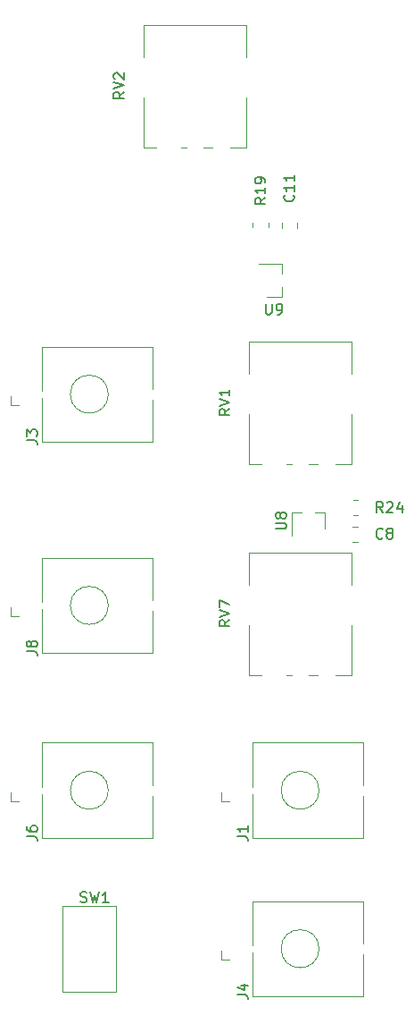
<source format=gbr>
%TF.GenerationSoftware,KiCad,Pcbnew,5.1.8*%
%TF.CreationDate,2020-12-05T20:57:14+00:00*%
%TF.ProjectId,oscillator_prototype,6f736369-6c6c-4617-946f-725f70726f74,rev?*%
%TF.SameCoordinates,Original*%
%TF.FileFunction,Legend,Top*%
%TF.FilePolarity,Positive*%
%FSLAX46Y46*%
G04 Gerber Fmt 4.6, Leading zero omitted, Abs format (unit mm)*
G04 Created by KiCad (PCBNEW 5.1.8) date 2020-12-05 20:57:14*
%MOMM*%
%LPD*%
G01*
G04 APERTURE LIST*
%ADD10C,0.120000*%
%ADD11C,0.150000*%
G04 APERTURE END LIST*
D10*
%TO.C,J1*%
X67520000Y-128560000D02*
X67520000Y-127700000D01*
X67520000Y-128560000D02*
X68320000Y-128560000D01*
X76800000Y-127500000D02*
G75*
G03*
X76800000Y-127500000I-1800000J0D01*
G01*
X70500000Y-127850000D02*
X70500000Y-132000000D01*
X70500000Y-123000000D02*
X70500000Y-127150000D01*
X81000000Y-128000000D02*
X81000000Y-132000000D01*
X81000000Y-123000000D02*
X81000000Y-127000000D01*
X70500000Y-123000000D02*
X81000000Y-123000000D01*
X70500000Y-132000000D02*
X81000000Y-132000000D01*
%TO.C,J3*%
X50500000Y-94500000D02*
X61000000Y-94500000D01*
X50500000Y-85500000D02*
X61000000Y-85500000D01*
X61000000Y-85500000D02*
X61000000Y-89500000D01*
X61000000Y-90500000D02*
X61000000Y-94500000D01*
X50500000Y-85500000D02*
X50500000Y-89650000D01*
X50500000Y-90350000D02*
X50500000Y-94500000D01*
X56800000Y-90000000D02*
G75*
G03*
X56800000Y-90000000I-1800000J0D01*
G01*
X47520000Y-91060000D02*
X48320000Y-91060000D01*
X47520000Y-91060000D02*
X47520000Y-90200000D01*
%TO.C,J4*%
X67520000Y-143560000D02*
X67520000Y-142700000D01*
X67520000Y-143560000D02*
X68320000Y-143560000D01*
X76800000Y-142500000D02*
G75*
G03*
X76800000Y-142500000I-1800000J0D01*
G01*
X70500000Y-142850000D02*
X70500000Y-147000000D01*
X70500000Y-138000000D02*
X70500000Y-142150000D01*
X81000000Y-143000000D02*
X81000000Y-147000000D01*
X81000000Y-138000000D02*
X81000000Y-142000000D01*
X70500000Y-138000000D02*
X81000000Y-138000000D01*
X70500000Y-147000000D02*
X81000000Y-147000000D01*
%TO.C,J6*%
X50500000Y-132000000D02*
X61000000Y-132000000D01*
X50500000Y-123000000D02*
X61000000Y-123000000D01*
X61000000Y-123000000D02*
X61000000Y-127000000D01*
X61000000Y-128000000D02*
X61000000Y-132000000D01*
X50500000Y-123000000D02*
X50500000Y-127150000D01*
X50500000Y-127850000D02*
X50500000Y-132000000D01*
X56800000Y-127500000D02*
G75*
G03*
X56800000Y-127500000I-1800000J0D01*
G01*
X47520000Y-128560000D02*
X48320000Y-128560000D01*
X47520000Y-128560000D02*
X47520000Y-127700000D01*
%TO.C,J8*%
X47520000Y-111060000D02*
X47520000Y-110200000D01*
X47520000Y-111060000D02*
X48320000Y-111060000D01*
X56800000Y-110000000D02*
G75*
G03*
X56800000Y-110000000I-1800000J0D01*
G01*
X50500000Y-110350000D02*
X50500000Y-114500000D01*
X50500000Y-105500000D02*
X50500000Y-109650000D01*
X61000000Y-110500000D02*
X61000000Y-114500000D01*
X61000000Y-105500000D02*
X61000000Y-109500000D01*
X50500000Y-105500000D02*
X61000000Y-105500000D01*
X50500000Y-114500000D02*
X61000000Y-114500000D01*
%TO.C,RV1*%
X76660000Y-96620000D02*
X75830000Y-96620000D01*
X74210000Y-96620000D02*
X73680000Y-96620000D01*
X71310000Y-96620000D02*
X70130000Y-96620000D01*
X79870000Y-96620000D02*
X79870000Y-91900000D01*
X70130000Y-88090000D02*
X70130000Y-85030000D01*
X70120000Y-96620000D02*
X70120000Y-91900000D01*
X79870000Y-88090000D02*
X79870000Y-85030000D01*
X79870000Y-96620000D02*
X78380000Y-96620000D01*
X79870000Y-85030000D02*
X70130000Y-85030000D01*
%TO.C,RV2*%
X69870000Y-55030000D02*
X60130000Y-55030000D01*
X69870000Y-66620000D02*
X68380000Y-66620000D01*
X69870000Y-58090000D02*
X69870000Y-55030000D01*
X60120000Y-66620000D02*
X60120000Y-61900000D01*
X60130000Y-58090000D02*
X60130000Y-55030000D01*
X69870000Y-66620000D02*
X69870000Y-61900000D01*
X61310000Y-66620000D02*
X60130000Y-66620000D01*
X64210000Y-66620000D02*
X63680000Y-66620000D01*
X66660000Y-66620000D02*
X65830000Y-66620000D01*
%TO.C,RV7*%
X79870000Y-105030000D02*
X70130000Y-105030000D01*
X79870000Y-116620000D02*
X78380000Y-116620000D01*
X79870000Y-108090000D02*
X79870000Y-105030000D01*
X70120000Y-116620000D02*
X70120000Y-111900000D01*
X70130000Y-108090000D02*
X70130000Y-105030000D01*
X79870000Y-116620000D02*
X79870000Y-111900000D01*
X71310000Y-116620000D02*
X70130000Y-116620000D01*
X74210000Y-116620000D02*
X73680000Y-116620000D01*
X76660000Y-116620000D02*
X75830000Y-116620000D01*
%TO.C,SW1*%
X52460000Y-146564000D02*
X52460000Y-138436000D01*
X57540000Y-146564000D02*
X52460000Y-146564000D01*
X57540000Y-138436000D02*
X57540000Y-146564000D01*
X52460000Y-138436000D02*
X57540000Y-138436000D01*
%TO.C,C8*%
X79988748Y-102515000D02*
X80511252Y-102515000D01*
X79988748Y-103985000D02*
X80511252Y-103985000D01*
%TO.C,C11*%
X74735000Y-73738748D02*
X74735000Y-74261252D01*
X73265000Y-73738748D02*
X73265000Y-74261252D01*
%TO.C,R19*%
X71985000Y-73772936D02*
X71985000Y-74227064D01*
X70515000Y-73772936D02*
X70515000Y-74227064D01*
%TO.C,R24*%
X80022936Y-101485000D02*
X80477064Y-101485000D01*
X80022936Y-100015000D02*
X80477064Y-100015000D01*
%TO.C,U8*%
X77330000Y-101240000D02*
X76400000Y-101240000D01*
X74170000Y-101240000D02*
X75100000Y-101240000D01*
X74170000Y-101240000D02*
X74170000Y-103400000D01*
X77330000Y-101240000D02*
X77330000Y-102700000D01*
%TO.C,U9*%
X73260000Y-80830000D02*
X71800000Y-80830000D01*
X73260000Y-77670000D02*
X71100000Y-77670000D01*
X73260000Y-77670000D02*
X73260000Y-78600000D01*
X73260000Y-80830000D02*
X73260000Y-79900000D01*
%TO.C,J1*%
D11*
X69052380Y-131863333D02*
X69766666Y-131863333D01*
X69909523Y-131910952D01*
X70004761Y-132006190D01*
X70052380Y-132149047D01*
X70052380Y-132244285D01*
X70052380Y-130863333D02*
X70052380Y-131434761D01*
X70052380Y-131149047D02*
X69052380Y-131149047D01*
X69195238Y-131244285D01*
X69290476Y-131339523D01*
X69338095Y-131434761D01*
%TO.C,J3*%
X49052380Y-94363333D02*
X49766666Y-94363333D01*
X49909523Y-94410952D01*
X50004761Y-94506190D01*
X50052380Y-94649047D01*
X50052380Y-94744285D01*
X49052380Y-93982380D02*
X49052380Y-93363333D01*
X49433333Y-93696666D01*
X49433333Y-93553809D01*
X49480952Y-93458571D01*
X49528571Y-93410952D01*
X49623809Y-93363333D01*
X49861904Y-93363333D01*
X49957142Y-93410952D01*
X50004761Y-93458571D01*
X50052380Y-93553809D01*
X50052380Y-93839523D01*
X50004761Y-93934761D01*
X49957142Y-93982380D01*
%TO.C,J4*%
X69052380Y-146863333D02*
X69766666Y-146863333D01*
X69909523Y-146910952D01*
X70004761Y-147006190D01*
X70052380Y-147149047D01*
X70052380Y-147244285D01*
X69385714Y-145958571D02*
X70052380Y-145958571D01*
X69004761Y-146196666D02*
X69719047Y-146434761D01*
X69719047Y-145815714D01*
%TO.C,J6*%
X49052380Y-131863333D02*
X49766666Y-131863333D01*
X49909523Y-131910952D01*
X50004761Y-132006190D01*
X50052380Y-132149047D01*
X50052380Y-132244285D01*
X49052380Y-130958571D02*
X49052380Y-131149047D01*
X49100000Y-131244285D01*
X49147619Y-131291904D01*
X49290476Y-131387142D01*
X49480952Y-131434761D01*
X49861904Y-131434761D01*
X49957142Y-131387142D01*
X50004761Y-131339523D01*
X50052380Y-131244285D01*
X50052380Y-131053809D01*
X50004761Y-130958571D01*
X49957142Y-130910952D01*
X49861904Y-130863333D01*
X49623809Y-130863333D01*
X49528571Y-130910952D01*
X49480952Y-130958571D01*
X49433333Y-131053809D01*
X49433333Y-131244285D01*
X49480952Y-131339523D01*
X49528571Y-131387142D01*
X49623809Y-131434761D01*
%TO.C,J8*%
X49052380Y-114363333D02*
X49766666Y-114363333D01*
X49909523Y-114410952D01*
X50004761Y-114506190D01*
X50052380Y-114649047D01*
X50052380Y-114744285D01*
X49480952Y-113744285D02*
X49433333Y-113839523D01*
X49385714Y-113887142D01*
X49290476Y-113934761D01*
X49242857Y-113934761D01*
X49147619Y-113887142D01*
X49100000Y-113839523D01*
X49052380Y-113744285D01*
X49052380Y-113553809D01*
X49100000Y-113458571D01*
X49147619Y-113410952D01*
X49242857Y-113363333D01*
X49290476Y-113363333D01*
X49385714Y-113410952D01*
X49433333Y-113458571D01*
X49480952Y-113553809D01*
X49480952Y-113744285D01*
X49528571Y-113839523D01*
X49576190Y-113887142D01*
X49671428Y-113934761D01*
X49861904Y-113934761D01*
X49957142Y-113887142D01*
X50004761Y-113839523D01*
X50052380Y-113744285D01*
X50052380Y-113553809D01*
X50004761Y-113458571D01*
X49957142Y-113410952D01*
X49861904Y-113363333D01*
X49671428Y-113363333D01*
X49576190Y-113410952D01*
X49528571Y-113458571D01*
X49480952Y-113553809D01*
%TO.C,RV1*%
X68312380Y-91385238D02*
X67836190Y-91718571D01*
X68312380Y-91956666D02*
X67312380Y-91956666D01*
X67312380Y-91575714D01*
X67360000Y-91480476D01*
X67407619Y-91432857D01*
X67502857Y-91385238D01*
X67645714Y-91385238D01*
X67740952Y-91432857D01*
X67788571Y-91480476D01*
X67836190Y-91575714D01*
X67836190Y-91956666D01*
X67312380Y-91099523D02*
X68312380Y-90766190D01*
X67312380Y-90432857D01*
X68312380Y-89575714D02*
X68312380Y-90147142D01*
X68312380Y-89861428D02*
X67312380Y-89861428D01*
X67455238Y-89956666D01*
X67550476Y-90051904D01*
X67598095Y-90147142D01*
%TO.C,RV2*%
X58312380Y-61385238D02*
X57836190Y-61718571D01*
X58312380Y-61956666D02*
X57312380Y-61956666D01*
X57312380Y-61575714D01*
X57360000Y-61480476D01*
X57407619Y-61432857D01*
X57502857Y-61385238D01*
X57645714Y-61385238D01*
X57740952Y-61432857D01*
X57788571Y-61480476D01*
X57836190Y-61575714D01*
X57836190Y-61956666D01*
X57312380Y-61099523D02*
X58312380Y-60766190D01*
X57312380Y-60432857D01*
X57407619Y-60147142D02*
X57360000Y-60099523D01*
X57312380Y-60004285D01*
X57312380Y-59766190D01*
X57360000Y-59670952D01*
X57407619Y-59623333D01*
X57502857Y-59575714D01*
X57598095Y-59575714D01*
X57740952Y-59623333D01*
X58312380Y-60194761D01*
X58312380Y-59575714D01*
%TO.C,RV7*%
X68312380Y-111385238D02*
X67836190Y-111718571D01*
X68312380Y-111956666D02*
X67312380Y-111956666D01*
X67312380Y-111575714D01*
X67360000Y-111480476D01*
X67407619Y-111432857D01*
X67502857Y-111385238D01*
X67645714Y-111385238D01*
X67740952Y-111432857D01*
X67788571Y-111480476D01*
X67836190Y-111575714D01*
X67836190Y-111956666D01*
X67312380Y-111099523D02*
X68312380Y-110766190D01*
X67312380Y-110432857D01*
X67312380Y-110194761D02*
X67312380Y-109528095D01*
X68312380Y-109956666D01*
%TO.C,SW1*%
X54174666Y-138070761D02*
X54317523Y-138118380D01*
X54555619Y-138118380D01*
X54650857Y-138070761D01*
X54698476Y-138023142D01*
X54746095Y-137927904D01*
X54746095Y-137832666D01*
X54698476Y-137737428D01*
X54650857Y-137689809D01*
X54555619Y-137642190D01*
X54365142Y-137594571D01*
X54269904Y-137546952D01*
X54222285Y-137499333D01*
X54174666Y-137404095D01*
X54174666Y-137308857D01*
X54222285Y-137213619D01*
X54269904Y-137166000D01*
X54365142Y-137118380D01*
X54603238Y-137118380D01*
X54746095Y-137166000D01*
X55079428Y-137118380D02*
X55317523Y-138118380D01*
X55508000Y-137404095D01*
X55698476Y-138118380D01*
X55936571Y-137118380D01*
X56841333Y-138118380D02*
X56269904Y-138118380D01*
X56555619Y-138118380D02*
X56555619Y-137118380D01*
X56460380Y-137261238D01*
X56365142Y-137356476D01*
X56269904Y-137404095D01*
%TO.C,C8*%
X82833333Y-103607142D02*
X82785714Y-103654761D01*
X82642857Y-103702380D01*
X82547619Y-103702380D01*
X82404761Y-103654761D01*
X82309523Y-103559523D01*
X82261904Y-103464285D01*
X82214285Y-103273809D01*
X82214285Y-103130952D01*
X82261904Y-102940476D01*
X82309523Y-102845238D01*
X82404761Y-102750000D01*
X82547619Y-102702380D01*
X82642857Y-102702380D01*
X82785714Y-102750000D01*
X82833333Y-102797619D01*
X83404761Y-103130952D02*
X83309523Y-103083333D01*
X83261904Y-103035714D01*
X83214285Y-102940476D01*
X83214285Y-102892857D01*
X83261904Y-102797619D01*
X83309523Y-102750000D01*
X83404761Y-102702380D01*
X83595238Y-102702380D01*
X83690476Y-102750000D01*
X83738095Y-102797619D01*
X83785714Y-102892857D01*
X83785714Y-102940476D01*
X83738095Y-103035714D01*
X83690476Y-103083333D01*
X83595238Y-103130952D01*
X83404761Y-103130952D01*
X83309523Y-103178571D01*
X83261904Y-103226190D01*
X83214285Y-103321428D01*
X83214285Y-103511904D01*
X83261904Y-103607142D01*
X83309523Y-103654761D01*
X83404761Y-103702380D01*
X83595238Y-103702380D01*
X83690476Y-103654761D01*
X83738095Y-103607142D01*
X83785714Y-103511904D01*
X83785714Y-103321428D01*
X83738095Y-103226190D01*
X83690476Y-103178571D01*
X83595238Y-103130952D01*
%TO.C,C11*%
X74357142Y-71142857D02*
X74404761Y-71190476D01*
X74452380Y-71333333D01*
X74452380Y-71428571D01*
X74404761Y-71571428D01*
X74309523Y-71666666D01*
X74214285Y-71714285D01*
X74023809Y-71761904D01*
X73880952Y-71761904D01*
X73690476Y-71714285D01*
X73595238Y-71666666D01*
X73500000Y-71571428D01*
X73452380Y-71428571D01*
X73452380Y-71333333D01*
X73500000Y-71190476D01*
X73547619Y-71142857D01*
X74452380Y-70190476D02*
X74452380Y-70761904D01*
X74452380Y-70476190D02*
X73452380Y-70476190D01*
X73595238Y-70571428D01*
X73690476Y-70666666D01*
X73738095Y-70761904D01*
X74452380Y-69238095D02*
X74452380Y-69809523D01*
X74452380Y-69523809D02*
X73452380Y-69523809D01*
X73595238Y-69619047D01*
X73690476Y-69714285D01*
X73738095Y-69809523D01*
%TO.C,R19*%
X71702380Y-71392857D02*
X71226190Y-71726190D01*
X71702380Y-71964285D02*
X70702380Y-71964285D01*
X70702380Y-71583333D01*
X70750000Y-71488095D01*
X70797619Y-71440476D01*
X70892857Y-71392857D01*
X71035714Y-71392857D01*
X71130952Y-71440476D01*
X71178571Y-71488095D01*
X71226190Y-71583333D01*
X71226190Y-71964285D01*
X71702380Y-70440476D02*
X71702380Y-71011904D01*
X71702380Y-70726190D02*
X70702380Y-70726190D01*
X70845238Y-70821428D01*
X70940476Y-70916666D01*
X70988095Y-71011904D01*
X71702380Y-69964285D02*
X71702380Y-69773809D01*
X71654761Y-69678571D01*
X71607142Y-69630952D01*
X71464285Y-69535714D01*
X71273809Y-69488095D01*
X70892857Y-69488095D01*
X70797619Y-69535714D01*
X70750000Y-69583333D01*
X70702380Y-69678571D01*
X70702380Y-69869047D01*
X70750000Y-69964285D01*
X70797619Y-70011904D01*
X70892857Y-70059523D01*
X71130952Y-70059523D01*
X71226190Y-70011904D01*
X71273809Y-69964285D01*
X71321428Y-69869047D01*
X71321428Y-69678571D01*
X71273809Y-69583333D01*
X71226190Y-69535714D01*
X71130952Y-69488095D01*
%TO.C,R24*%
X82857142Y-101202380D02*
X82523809Y-100726190D01*
X82285714Y-101202380D02*
X82285714Y-100202380D01*
X82666666Y-100202380D01*
X82761904Y-100250000D01*
X82809523Y-100297619D01*
X82857142Y-100392857D01*
X82857142Y-100535714D01*
X82809523Y-100630952D01*
X82761904Y-100678571D01*
X82666666Y-100726190D01*
X82285714Y-100726190D01*
X83238095Y-100297619D02*
X83285714Y-100250000D01*
X83380952Y-100202380D01*
X83619047Y-100202380D01*
X83714285Y-100250000D01*
X83761904Y-100297619D01*
X83809523Y-100392857D01*
X83809523Y-100488095D01*
X83761904Y-100630952D01*
X83190476Y-101202380D01*
X83809523Y-101202380D01*
X84666666Y-100535714D02*
X84666666Y-101202380D01*
X84428571Y-100154761D02*
X84190476Y-100869047D01*
X84809523Y-100869047D01*
%TO.C,U8*%
X72702380Y-102761904D02*
X73511904Y-102761904D01*
X73607142Y-102714285D01*
X73654761Y-102666666D01*
X73702380Y-102571428D01*
X73702380Y-102380952D01*
X73654761Y-102285714D01*
X73607142Y-102238095D01*
X73511904Y-102190476D01*
X72702380Y-102190476D01*
X73130952Y-101571428D02*
X73083333Y-101666666D01*
X73035714Y-101714285D01*
X72940476Y-101761904D01*
X72892857Y-101761904D01*
X72797619Y-101714285D01*
X72750000Y-101666666D01*
X72702380Y-101571428D01*
X72702380Y-101380952D01*
X72750000Y-101285714D01*
X72797619Y-101238095D01*
X72892857Y-101190476D01*
X72940476Y-101190476D01*
X73035714Y-101238095D01*
X73083333Y-101285714D01*
X73130952Y-101380952D01*
X73130952Y-101571428D01*
X73178571Y-101666666D01*
X73226190Y-101714285D01*
X73321428Y-101761904D01*
X73511904Y-101761904D01*
X73607142Y-101714285D01*
X73654761Y-101666666D01*
X73702380Y-101571428D01*
X73702380Y-101380952D01*
X73654761Y-101285714D01*
X73607142Y-101238095D01*
X73511904Y-101190476D01*
X73321428Y-101190476D01*
X73226190Y-101238095D01*
X73178571Y-101285714D01*
X73130952Y-101380952D01*
%TO.C,U9*%
X71738095Y-81452380D02*
X71738095Y-82261904D01*
X71785714Y-82357142D01*
X71833333Y-82404761D01*
X71928571Y-82452380D01*
X72119047Y-82452380D01*
X72214285Y-82404761D01*
X72261904Y-82357142D01*
X72309523Y-82261904D01*
X72309523Y-81452380D01*
X72833333Y-82452380D02*
X73023809Y-82452380D01*
X73119047Y-82404761D01*
X73166666Y-82357142D01*
X73261904Y-82214285D01*
X73309523Y-82023809D01*
X73309523Y-81642857D01*
X73261904Y-81547619D01*
X73214285Y-81500000D01*
X73119047Y-81452380D01*
X72928571Y-81452380D01*
X72833333Y-81500000D01*
X72785714Y-81547619D01*
X72738095Y-81642857D01*
X72738095Y-81880952D01*
X72785714Y-81976190D01*
X72833333Y-82023809D01*
X72928571Y-82071428D01*
X73119047Y-82071428D01*
X73214285Y-82023809D01*
X73261904Y-81976190D01*
X73309523Y-81880952D01*
%TD*%
M02*

</source>
